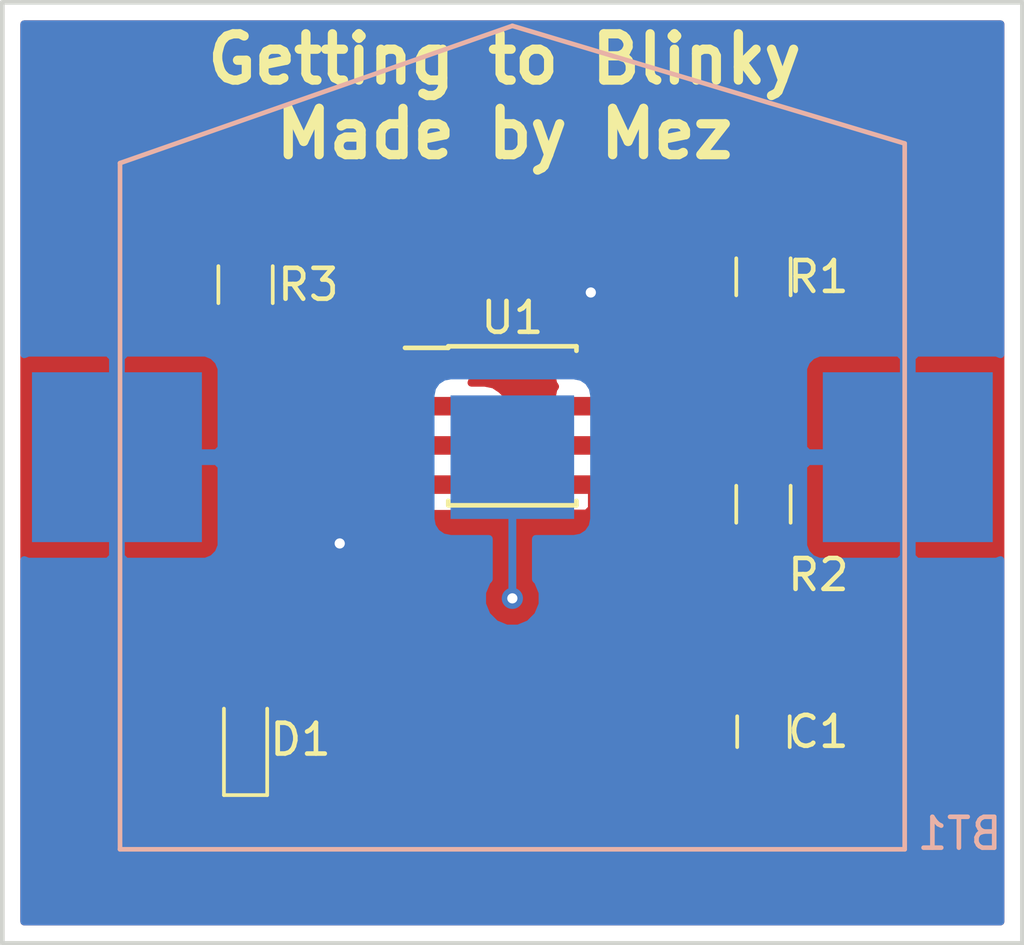
<source format=kicad_pcb>
(kicad_pcb (version 4) (host pcbnew 4.0.6)

  (general
    (links 15)
    (no_connects 0)
    (area 88.824999 68.504999 121.995001 99.135001)
    (thickness 1.6)
    (drawings 5)
    (tracks 32)
    (zones 0)
    (modules 7)
    (nets 7)
  )

  (page A4)
  (layers
    (0 F.Cu signal)
    (31 B.Cu signal)
    (32 B.Adhes user)
    (33 F.Adhes user)
    (34 B.Paste user)
    (35 F.Paste user)
    (36 B.SilkS user)
    (37 F.SilkS user)
    (38 B.Mask user)
    (39 F.Mask user)
    (40 Dwgs.User user)
    (41 Cmts.User user)
    (42 Eco1.User user)
    (43 Eco2.User user)
    (44 Edge.Cuts user)
    (45 Margin user)
    (46 B.CrtYd user)
    (47 F.CrtYd user)
    (48 B.Fab user)
    (49 F.Fab user)
  )

  (setup
    (last_trace_width 0.254)
    (trace_clearance 0.254)
    (zone_clearance 0.508)
    (zone_45_only no)
    (trace_min 0.1524)
    (segment_width 0.2)
    (edge_width 0.15)
    (via_size 0.6858)
    (via_drill 0.3302)
    (via_min_size 0.6858)
    (via_min_drill 0.3302)
    (uvia_size 0.3)
    (uvia_drill 0.1)
    (uvias_allowed no)
    (uvia_min_size 0.2)
    (uvia_min_drill 0.1)
    (pcb_text_width 0.3)
    (pcb_text_size 1.5 1.5)
    (mod_edge_width 0.15)
    (mod_text_size 1 1)
    (mod_text_width 0.15)
    (pad_size 1.524 1.524)
    (pad_drill 0.762)
    (pad_to_mask_clearance 0.2)
    (aux_axis_origin 0 0)
    (visible_elements FFFFFF7F)
    (pcbplotparams
      (layerselection 0x00030_80000001)
      (usegerberextensions false)
      (excludeedgelayer true)
      (linewidth 0.100000)
      (plotframeref false)
      (viasonmask false)
      (mode 1)
      (useauxorigin false)
      (hpglpennumber 1)
      (hpglpenspeed 20)
      (hpglpendiameter 15)
      (hpglpenoverlay 2)
      (psnegative false)
      (psa4output false)
      (plotreference true)
      (plotvalue true)
      (plotinvisibletext false)
      (padsonsilk false)
      (subtractmaskfromsilk false)
      (outputformat 1)
      (mirror false)
      (drillshape 1)
      (scaleselection 1)
      (outputdirectory ""))
  )

  (net 0 "")
  (net 1 "Net-(C1-Pad1)")
  (net 2 GND)
  (net 3 "Net-(D1-Pad2)")
  (net 4 /VDD)
  (net 5 "Net-(R1-Pad2)")
  (net 6 "Net-(R3-Pad1)")

  (net_class Default "This is the default net class."
    (clearance 0.254)
    (trace_width 0.254)
    (via_dia 0.6858)
    (via_drill 0.3302)
    (uvia_dia 0.3)
    (uvia_drill 0.1)
    (add_net /VDD)
    (add_net GND)
    (add_net "Net-(C1-Pad1)")
    (add_net "Net-(D1-Pad2)")
    (add_net "Net-(R1-Pad2)")
    (add_net "Net-(R3-Pad1)")
  )

  (module GTB:S8211R (layer B.Cu) (tedit 590C1358) (tstamp 590AE7F2)
    (at 105.41 83.312)
    (path /590ADEFA)
    (fp_text reference BT1 (at 14.478 12.192) (layer B.SilkS)
      (effects (font (size 1 1) (thickness 0.15)) (justify mirror))
    )
    (fp_text value Battery (at -10.16 13.97) (layer B.Fab)
      (effects (font (size 1 1) (thickness 0.15)) (justify mirror))
    )
    (fp_line (start -12.7 12.7) (end 12.7 12.7) (layer B.SilkS) (width 0.15))
    (fp_line (start -12.7 -9.525) (end -12.7 12.7) (layer B.SilkS) (width 0.15))
    (fp_line (start 0 -13.97) (end -12.7 -9.525) (layer B.SilkS) (width 0.15))
    (fp_line (start 12.7 -10.16) (end 0 -13.97) (layer B.SilkS) (width 0.15))
    (fp_line (start 12.7 12.7) (end 12.7 -10.16) (layer B.SilkS) (width 0.15))
    (pad 1 smd rect (at 12.8 0) (size 5.5 5.5) (layers B.Cu B.Paste B.Mask)
      (net 4 /VDD))
    (pad 1 smd rect (at -12.8 0) (size 5.5 5.5) (layers B.Cu B.Paste B.Mask)
      (net 4 /VDD))
    (pad 2 smd rect (at 0 0) (size 4 4) (layers B.Cu B.Paste B.Mask)
      (net 2 GND))
  )

  (module Capacitors_SMD:C_0805_HandSoldering (layer F.Cu) (tedit 590C2906) (tstamp 590ADD0A)
    (at 113.538 92.202 270)
    (descr "Capacitor SMD 0805, hand soldering")
    (tags "capacitor 0805")
    (path /590ACD24)
    (attr smd)
    (fp_text reference C1 (at 0 -1.778 360) (layer F.SilkS)
      (effects (font (size 1 1) (thickness 0.15)))
    )
    (fp_text value 1UF (at 0 1.75 270) (layer F.Fab)
      (effects (font (size 1 1) (thickness 0.15)))
    )
    (fp_text user "" (at 0 -1.75 270) (layer F.Fab)
      (effects (font (size 1 1) (thickness 0.15)))
    )
    (fp_line (start -1 0.62) (end -1 -0.62) (layer F.Fab) (width 0.1))
    (fp_line (start 1 0.62) (end -1 0.62) (layer F.Fab) (width 0.1))
    (fp_line (start 1 -0.62) (end 1 0.62) (layer F.Fab) (width 0.1))
    (fp_line (start -1 -0.62) (end 1 -0.62) (layer F.Fab) (width 0.1))
    (fp_line (start 0.5 -0.85) (end -0.5 -0.85) (layer F.SilkS) (width 0.12))
    (fp_line (start -0.5 0.85) (end 0.5 0.85) (layer F.SilkS) (width 0.12))
    (fp_line (start -2.25 -0.88) (end 2.25 -0.88) (layer F.CrtYd) (width 0.05))
    (fp_line (start -2.25 -0.88) (end -2.25 0.87) (layer F.CrtYd) (width 0.05))
    (fp_line (start 2.25 0.87) (end 2.25 -0.88) (layer F.CrtYd) (width 0.05))
    (fp_line (start 2.25 0.87) (end -2.25 0.87) (layer F.CrtYd) (width 0.05))
    (pad 1 smd rect (at -1.25 0 270) (size 1.5 1.25) (layers F.Cu F.Paste F.Mask)
      (net 1 "Net-(C1-Pad1)"))
    (pad 2 smd rect (at 1.25 0 270) (size 1.5 1.25) (layers F.Cu F.Paste F.Mask)
      (net 2 GND))
    (model Capacitors_SMD.3dshapes/C_0805.wrl
      (at (xyz 0 0 0))
      (scale (xyz 1 1 1))
      (rotate (xyz 0 0 0))
    )
  )

  (module LEDs:LED_0805 (layer F.Cu) (tedit 590C292F) (tstamp 590ADD10)
    (at 96.774 92.456 90)
    (descr "LED 0805 smd package")
    (tags "LED led 0805 SMD smd SMT smt smdled SMDLED smtled SMTLED")
    (path /590ACE30)
    (attr smd)
    (fp_text reference D1 (at 0 1.778 180) (layer F.SilkS)
      (effects (font (size 1 1) (thickness 0.15)))
    )
    (fp_text value LED (at 0 -1.524 90) (layer F.Fab)
      (effects (font (size 1 1) (thickness 0.15)))
    )
    (fp_line (start -1.8 -0.7) (end -1.8 0.7) (layer F.SilkS) (width 0.12))
    (fp_line (start -0.4 -0.4) (end -0.4 0.4) (layer F.Fab) (width 0.1))
    (fp_line (start -0.4 0) (end 0.2 -0.4) (layer F.Fab) (width 0.1))
    (fp_line (start 0.2 0.4) (end -0.4 0) (layer F.Fab) (width 0.1))
    (fp_line (start 0.2 -0.4) (end 0.2 0.4) (layer F.Fab) (width 0.1))
    (fp_line (start 1 0.6) (end -1 0.6) (layer F.Fab) (width 0.1))
    (fp_line (start 1 -0.6) (end 1 0.6) (layer F.Fab) (width 0.1))
    (fp_line (start -1 -0.6) (end 1 -0.6) (layer F.Fab) (width 0.1))
    (fp_line (start -1 0.6) (end -1 -0.6) (layer F.Fab) (width 0.1))
    (fp_line (start -1.8 0.7) (end 1 0.7) (layer F.SilkS) (width 0.12))
    (fp_line (start -1.8 -0.7) (end 1 -0.7) (layer F.SilkS) (width 0.12))
    (fp_line (start 1.95 -0.85) (end 1.95 0.85) (layer F.CrtYd) (width 0.05))
    (fp_line (start 1.95 0.85) (end -1.95 0.85) (layer F.CrtYd) (width 0.05))
    (fp_line (start -1.95 0.85) (end -1.95 -0.85) (layer F.CrtYd) (width 0.05))
    (fp_line (start -1.95 -0.85) (end 1.95 -0.85) (layer F.CrtYd) (width 0.05))
    (pad 2 smd rect (at 1.1 0 270) (size 1.2 1.2) (layers F.Cu F.Paste F.Mask)
      (net 3 "Net-(D1-Pad2)"))
    (pad 1 smd rect (at -1.1 0 270) (size 1.2 1.2) (layers F.Cu F.Paste F.Mask)
      (net 2 GND))
    (model LEDs.3dshapes/LED_0805.wrl
      (at (xyz 0 0 0))
      (scale (xyz 1 1 1))
      (rotate (xyz 0 0 180))
    )
  )

  (module Resistors_SMD:R_0805_HandSoldering (layer F.Cu) (tedit 590C261A) (tstamp 590ADD16)
    (at 113.538 77.47 270)
    (descr "Resistor SMD 0805, hand soldering")
    (tags "resistor 0805")
    (path /590ACC48)
    (attr smd)
    (fp_text reference R1 (at 0 -1.778 360) (layer F.SilkS)
      (effects (font (size 1 1) (thickness 0.15)))
    )
    (fp_text value 1K (at 0 1.75 270) (layer F.Fab)
      (effects (font (size 1 1) (thickness 0.15)))
    )
    (fp_text user %R (at 0 0 270) (layer F.Fab)
      (effects (font (size 0.5 0.5) (thickness 0.075)))
    )
    (fp_line (start -1 0.62) (end -1 -0.62) (layer F.Fab) (width 0.1))
    (fp_line (start 1 0.62) (end -1 0.62) (layer F.Fab) (width 0.1))
    (fp_line (start 1 -0.62) (end 1 0.62) (layer F.Fab) (width 0.1))
    (fp_line (start -1 -0.62) (end 1 -0.62) (layer F.Fab) (width 0.1))
    (fp_line (start 0.6 0.88) (end -0.6 0.88) (layer F.SilkS) (width 0.12))
    (fp_line (start -0.6 -0.88) (end 0.6 -0.88) (layer F.SilkS) (width 0.12))
    (fp_line (start -2.35 -0.9) (end 2.35 -0.9) (layer F.CrtYd) (width 0.05))
    (fp_line (start -2.35 -0.9) (end -2.35 0.9) (layer F.CrtYd) (width 0.05))
    (fp_line (start 2.35 0.9) (end 2.35 -0.9) (layer F.CrtYd) (width 0.05))
    (fp_line (start 2.35 0.9) (end -2.35 0.9) (layer F.CrtYd) (width 0.05))
    (pad 1 smd rect (at -1.35 0 270) (size 1.5 1.3) (layers F.Cu F.Paste F.Mask)
      (net 4 /VDD))
    (pad 2 smd rect (at 1.35 0 270) (size 1.5 1.3) (layers F.Cu F.Paste F.Mask)
      (net 5 "Net-(R1-Pad2)"))
    (model ${KISYS3DMOD}/Resistors_SMD.3dshapes/R_0805.wrl
      (at (xyz 0 0 0))
      (scale (xyz 1 1 1))
      (rotate (xyz 0 0 0))
    )
  )

  (module Resistors_SMD:R_0805_HandSoldering (layer F.Cu) (tedit 590C2637) (tstamp 590ADD1C)
    (at 113.538 84.836 270)
    (descr "Resistor SMD 0805, hand soldering")
    (tags "resistor 0805")
    (path /590ACC83)
    (attr smd)
    (fp_text reference R2 (at 2.286 -1.778 360) (layer F.SilkS)
      (effects (font (size 1 1) (thickness 0.15)))
    )
    (fp_text value 470K (at 0 1.75 270) (layer F.Fab)
      (effects (font (size 1 1) (thickness 0.15)))
    )
    (fp_text user %R (at 0 0 270) (layer F.Fab)
      (effects (font (size 0.5 0.5) (thickness 0.075)))
    )
    (fp_line (start -1 0.62) (end -1 -0.62) (layer F.Fab) (width 0.1))
    (fp_line (start 1 0.62) (end -1 0.62) (layer F.Fab) (width 0.1))
    (fp_line (start 1 -0.62) (end 1 0.62) (layer F.Fab) (width 0.1))
    (fp_line (start -1 -0.62) (end 1 -0.62) (layer F.Fab) (width 0.1))
    (fp_line (start 0.6 0.88) (end -0.6 0.88) (layer F.SilkS) (width 0.12))
    (fp_line (start -0.6 -0.88) (end 0.6 -0.88) (layer F.SilkS) (width 0.12))
    (fp_line (start -2.35 -0.9) (end 2.35 -0.9) (layer F.CrtYd) (width 0.05))
    (fp_line (start -2.35 -0.9) (end -2.35 0.9) (layer F.CrtYd) (width 0.05))
    (fp_line (start 2.35 0.9) (end 2.35 -0.9) (layer F.CrtYd) (width 0.05))
    (fp_line (start 2.35 0.9) (end -2.35 0.9) (layer F.CrtYd) (width 0.05))
    (pad 1 smd rect (at -1.35 0 270) (size 1.5 1.3) (layers F.Cu F.Paste F.Mask)
      (net 5 "Net-(R1-Pad2)"))
    (pad 2 smd rect (at 1.35 0 270) (size 1.5 1.3) (layers F.Cu F.Paste F.Mask)
      (net 1 "Net-(C1-Pad1)"))
    (model ${KISYS3DMOD}/Resistors_SMD.3dshapes/R_0805.wrl
      (at (xyz 0 0 0))
      (scale (xyz 1 1 1))
      (rotate (xyz 0 0 0))
    )
  )

  (module Resistors_SMD:R_0805_HandSoldering (layer F.Cu) (tedit 590C25F1) (tstamp 590ADD22)
    (at 96.774 77.724 270)
    (descr "Resistor SMD 0805, hand soldering")
    (tags "resistor 0805")
    (path /590ACDDC)
    (attr smd)
    (fp_text reference R3 (at 0 -2.032 360) (layer F.SilkS)
      (effects (font (size 1 1) (thickness 0.15)))
    )
    (fp_text value 1K (at 0 1.75 270) (layer F.Fab)
      (effects (font (size 1 1) (thickness 0.15)))
    )
    (fp_text user %R (at 0 0 270) (layer F.Fab)
      (effects (font (size 0.5 0.5) (thickness 0.075)))
    )
    (fp_line (start -1 0.62) (end -1 -0.62) (layer F.Fab) (width 0.1))
    (fp_line (start 1 0.62) (end -1 0.62) (layer F.Fab) (width 0.1))
    (fp_line (start 1 -0.62) (end 1 0.62) (layer F.Fab) (width 0.1))
    (fp_line (start -1 -0.62) (end 1 -0.62) (layer F.Fab) (width 0.1))
    (fp_line (start 0.6 0.88) (end -0.6 0.88) (layer F.SilkS) (width 0.12))
    (fp_line (start -0.6 -0.88) (end 0.6 -0.88) (layer F.SilkS) (width 0.12))
    (fp_line (start -2.35 -0.9) (end 2.35 -0.9) (layer F.CrtYd) (width 0.05))
    (fp_line (start -2.35 -0.9) (end -2.35 0.9) (layer F.CrtYd) (width 0.05))
    (fp_line (start 2.35 0.9) (end 2.35 -0.9) (layer F.CrtYd) (width 0.05))
    (fp_line (start 2.35 0.9) (end -2.35 0.9) (layer F.CrtYd) (width 0.05))
    (pad 1 smd rect (at -1.35 0 270) (size 1.5 1.3) (layers F.Cu F.Paste F.Mask)
      (net 6 "Net-(R3-Pad1)"))
    (pad 2 smd rect (at 1.35 0 270) (size 1.5 1.3) (layers F.Cu F.Paste F.Mask)
      (net 3 "Net-(D1-Pad2)"))
    (model ${KISYS3DMOD}/Resistors_SMD.3dshapes/R_0805.wrl
      (at (xyz 0 0 0))
      (scale (xyz 1 1 1))
      (rotate (xyz 0 0 0))
    )
  )

  (module Housings_SOIC:SOIC-8_3.9x4.9mm_Pitch1.27mm (layer F.Cu) (tedit 590C270D) (tstamp 590ADD2E)
    (at 105.41 82.296)
    (descr "8-Lead Plastic Small Outline (SN) - Narrow, 3.90 mm Body [SOIC] (see Microchip Packaging Specification 00000049BS.pdf)")
    (tags "SOIC 1.27")
    (path /590ACB4E)
    (attr smd)
    (fp_text reference U1 (at 0 -3.5) (layer F.SilkS)
      (effects (font (size 1 1) (thickness 0.15)))
    )
    (fp_text value 7555 (at 0 -1.524) (layer F.Fab)
      (effects (font (size 1 1) (thickness 0.15)))
    )
    (fp_text user %R (at 0 0) (layer F.Fab)
      (effects (font (size 1 1) (thickness 0.15)))
    )
    (fp_line (start -0.95 -2.45) (end 1.95 -2.45) (layer F.Fab) (width 0.1))
    (fp_line (start 1.95 -2.45) (end 1.95 2.45) (layer F.Fab) (width 0.1))
    (fp_line (start 1.95 2.45) (end -1.95 2.45) (layer F.Fab) (width 0.1))
    (fp_line (start -1.95 2.45) (end -1.95 -1.45) (layer F.Fab) (width 0.1))
    (fp_line (start -1.95 -1.45) (end -0.95 -2.45) (layer F.Fab) (width 0.1))
    (fp_line (start -3.73 -2.7) (end -3.73 2.7) (layer F.CrtYd) (width 0.05))
    (fp_line (start 3.73 -2.7) (end 3.73 2.7) (layer F.CrtYd) (width 0.05))
    (fp_line (start -3.73 -2.7) (end 3.73 -2.7) (layer F.CrtYd) (width 0.05))
    (fp_line (start -3.73 2.7) (end 3.73 2.7) (layer F.CrtYd) (width 0.05))
    (fp_line (start -2.075 -2.575) (end -2.075 -2.525) (layer F.SilkS) (width 0.15))
    (fp_line (start 2.075 -2.575) (end 2.075 -2.43) (layer F.SilkS) (width 0.15))
    (fp_line (start 2.075 2.575) (end 2.075 2.43) (layer F.SilkS) (width 0.15))
    (fp_line (start -2.075 2.575) (end -2.075 2.43) (layer F.SilkS) (width 0.15))
    (fp_line (start -2.075 -2.575) (end 2.075 -2.575) (layer F.SilkS) (width 0.15))
    (fp_line (start -2.075 2.575) (end 2.075 2.575) (layer F.SilkS) (width 0.15))
    (fp_line (start -2.075 -2.525) (end -3.475 -2.525) (layer F.SilkS) (width 0.15))
    (pad 1 smd rect (at -2.7 -1.905) (size 1.55 0.6) (layers F.Cu F.Paste F.Mask)
      (net 2 GND))
    (pad 2 smd rect (at -2.7 -0.635) (size 1.55 0.6) (layers F.Cu F.Paste F.Mask)
      (net 1 "Net-(C1-Pad1)"))
    (pad 3 smd rect (at -2.7 0.635) (size 1.55 0.6) (layers F.Cu F.Paste F.Mask)
      (net 6 "Net-(R3-Pad1)"))
    (pad 4 smd rect (at -2.7 1.905) (size 1.55 0.6) (layers F.Cu F.Paste F.Mask)
      (net 4 /VDD))
    (pad 5 smd rect (at 2.7 1.905) (size 1.55 0.6) (layers F.Cu F.Paste F.Mask)
      (net 2 GND))
    (pad 6 smd rect (at 2.7 0.635) (size 1.55 0.6) (layers F.Cu F.Paste F.Mask)
      (net 1 "Net-(C1-Pad1)"))
    (pad 7 smd rect (at 2.7 -0.635) (size 1.55 0.6) (layers F.Cu F.Paste F.Mask)
      (net 5 "Net-(R1-Pad2)"))
    (pad 8 smd rect (at 2.7 -1.905) (size 1.55 0.6) (layers F.Cu F.Paste F.Mask)
      (net 4 /VDD))
    (model Housings_SOIC.3dshapes/SOIC-8_3.9x4.9mm_Pitch1.27mm.wrl
      (at (xyz 0 0 0))
      (scale (xyz 1 1 1))
      (rotate (xyz 0 0 0))
    )
  )

  (gr_text "Getting to Blinky\nMade by Mez" (at 105.156 71.628) (layer F.SilkS)
    (effects (font (size 1.5 1.5) (thickness 0.3)))
  )
  (gr_line (start 121.92 99.06) (end 88.9 99.06) (angle 90) (layer Edge.Cuts) (width 0.15))
  (gr_line (start 121.92 68.58) (end 121.92 99.06) (angle 90) (layer Edge.Cuts) (width 0.15))
  (gr_line (start 88.9 68.58) (end 121.92 68.58) (angle 90) (layer Edge.Cuts) (width 0.15))
  (gr_line (start 88.9 99.06) (end 88.9 68.58) (angle 90) (layer Edge.Cuts) (width 0.15))

  (segment (start 113.538 86.186) (end 113.538 90.952) (width 0.254) (layer F.Cu) (net 1))
  (segment (start 102.71 81.661) (end 104.521 81.661) (width 0.25) (layer F.Cu) (net 1))
  (segment (start 105.791 82.931) (end 108.11 82.931) (width 0.25) (layer F.Cu) (net 1) (tstamp 590C1D51))
  (segment (start 104.521 81.661) (end 105.791 82.931) (width 0.25) (layer F.Cu) (net 1) (tstamp 590C1D4D))
  (segment (start 108.11 82.931) (end 108.585 82.931) (width 0.25) (layer F.Cu) (net 1))
  (segment (start 108.585 82.931) (end 110.49 84.836) (width 0.25) (layer F.Cu) (net 1) (tstamp 590C1CEF))
  (segment (start 110.49 84.836) (end 110.49 86.614) (width 0.25) (layer F.Cu) (net 1) (tstamp 590C1CF1))
  (segment (start 110.49 86.614) (end 110.744 86.868) (width 0.25) (layer F.Cu) (net 1) (tstamp 590C1CF4))
  (segment (start 110.744 86.868) (end 113.538 86.868) (width 0.25) (layer F.Cu) (net 1) (tstamp 590C1CF6))
  (segment (start 113.538 86.868) (end 113.538 86.186) (width 0.25) (layer F.Cu) (net 1) (tstamp 590C1CFB))
  (segment (start 105.41 83.312) (end 105.41 87.884) (width 0.254) (layer B.Cu) (net 2))
  (via (at 105.41 87.884) (size 0.6858) (drill 0.3302) (layers F.Cu B.Cu) (net 2))
  (segment (start 96.774 79.074) (end 96.774 91.356) (width 0.25) (layer F.Cu) (net 3))
  (segment (start 102.71 84.201) (end 101.727 84.201) (width 0.254) (layer F.Cu) (net 4))
  (via (at 99.822 86.106) (size 0.6858) (drill 0.3302) (layers F.Cu B.Cu) (net 4))
  (segment (start 101.727 84.201) (end 99.822 86.106) (width 0.254) (layer F.Cu) (net 4) (tstamp 590C2871))
  (segment (start 108.11 80.391) (end 108.11 78.138) (width 0.254) (layer F.Cu) (net 4))
  (via (at 107.95 77.978) (size 0.6858) (drill 0.3302) (layers F.Cu B.Cu) (net 4))
  (segment (start 108.11 78.138) (end 107.95 77.978) (width 0.254) (layer F.Cu) (net 4) (tstamp 590C2845))
  (segment (start 108.11 80.391) (end 110.363 80.391) (width 0.25) (layer F.Cu) (net 4))
  (segment (start 110.363 80.391) (end 110.998 79.756) (width 0.25) (layer F.Cu) (net 4) (tstamp 590C1D05))
  (segment (start 110.998 79.756) (end 110.998 76.2) (width 0.25) (layer F.Cu) (net 4) (tstamp 590C1D0A))
  (segment (start 110.998 76.2) (end 111.078 76.12) (width 0.25) (layer F.Cu) (net 4) (tstamp 590C1D0D))
  (segment (start 111.078 76.12) (end 113.792 76.12) (width 0.25) (layer F.Cu) (net 4) (tstamp 590C1D0E))
  (segment (start 108.11 81.661) (end 111.713 81.661) (width 0.25) (layer F.Cu) (net 5))
  (segment (start 111.713 81.661) (end 113.538 83.486) (width 0.25) (layer F.Cu) (net 5) (tstamp 590C1CFE))
  (segment (start 113.538 78.82) (end 113.538 83.486) (width 0.25) (layer F.Cu) (net 5))
  (segment (start 102.71 82.931) (end 100.203 82.931) (width 0.25) (layer F.Cu) (net 6))
  (segment (start 99.234 76.374) (end 96.774 76.374) (width 0.25) (layer F.Cu) (net 6) (tstamp 590C1D26))
  (segment (start 99.822 76.962) (end 99.234 76.374) (width 0.25) (layer F.Cu) (net 6) (tstamp 590C1D23))
  (segment (start 99.822 82.55) (end 99.822 76.962) (width 0.25) (layer F.Cu) (net 6) (tstamp 590C1D21))
  (segment (start 100.203 82.931) (end 99.822 82.55) (width 0.25) (layer F.Cu) (net 6) (tstamp 590C1D1C))

  (zone (net 2) (net_name GND) (layer F.Cu) (tstamp 590C1D6A) (hatch edge 0.508)
    (connect_pads (clearance 0.508))
    (min_thickness 0.254)
    (fill yes (arc_segments 16) (thermal_gap 0.508) (thermal_bridge_width 0.508))
    (polygon
      (pts
        (xy 121.92 99.06) (xy 88.9 99.06) (xy 88.9 68.58) (xy 121.92 68.58)
      )
    )
    (filled_polygon
      (pts
        (xy 121.21 98.35) (xy 89.61 98.35) (xy 89.61 93.84175) (xy 95.539 93.84175) (xy 95.539 94.282309)
        (xy 95.635673 94.515698) (xy 95.814301 94.694327) (xy 96.04769 94.791) (xy 96.48825 94.791) (xy 96.647 94.63225)
        (xy 96.647 93.683) (xy 96.901 93.683) (xy 96.901 94.63225) (xy 97.05975 94.791) (xy 97.50031 94.791)
        (xy 97.733699 94.694327) (xy 97.912327 94.515698) (xy 98.009 94.282309) (xy 98.009 93.84175) (xy 97.905 93.73775)
        (xy 112.278 93.73775) (xy 112.278 94.328309) (xy 112.374673 94.561698) (xy 112.553301 94.740327) (xy 112.78669 94.837)
        (xy 113.25225 94.837) (xy 113.411 94.67825) (xy 113.411 93.579) (xy 113.665 93.579) (xy 113.665 94.67825)
        (xy 113.82375 94.837) (xy 114.28931 94.837) (xy 114.522699 94.740327) (xy 114.701327 94.561698) (xy 114.798 94.328309)
        (xy 114.798 93.73775) (xy 114.63925 93.579) (xy 113.665 93.579) (xy 113.411 93.579) (xy 112.43675 93.579)
        (xy 112.278 93.73775) (xy 97.905 93.73775) (xy 97.85025 93.683) (xy 96.901 93.683) (xy 96.647 93.683)
        (xy 95.69775 93.683) (xy 95.539 93.84175) (xy 89.61 93.84175) (xy 89.61 75.624) (xy 95.47656 75.624)
        (xy 95.47656 77.124) (xy 95.520838 77.359317) (xy 95.65991 77.575441) (xy 95.87211 77.720431) (xy 95.885197 77.723081)
        (xy 95.672559 77.85991) (xy 95.527569 78.07211) (xy 95.47656 78.324) (xy 95.47656 79.824) (xy 95.520838 80.059317)
        (xy 95.65991 80.275441) (xy 95.87211 80.420431) (xy 96.014 80.449164) (xy 96.014 90.138666) (xy 95.938683 90.152838)
        (xy 95.722559 90.29191) (xy 95.577569 90.50411) (xy 95.52656 90.756) (xy 95.52656 91.956) (xy 95.570838 92.191317)
        (xy 95.70991 92.407441) (xy 95.778006 92.453969) (xy 95.635673 92.596302) (xy 95.539 92.829691) (xy 95.539 93.27025)
        (xy 95.69775 93.429) (xy 96.647 93.429) (xy 96.647 93.409) (xy 96.901 93.409) (xy 96.901 93.429)
        (xy 97.85025 93.429) (xy 98.009 93.27025) (xy 98.009 92.829691) (xy 97.912327 92.596302) (xy 97.77109 92.455064)
        (xy 97.825441 92.42009) (xy 97.970431 92.20789) (xy 98.02144 91.956) (xy 98.02144 90.756) (xy 97.977162 90.520683)
        (xy 97.83809 90.304559) (xy 97.62589 90.159569) (xy 97.534 90.140961) (xy 97.534 80.450742) (xy 97.659317 80.427162)
        (xy 97.875441 80.28809) (xy 98.020431 80.07589) (xy 98.07144 79.824) (xy 98.07144 78.324) (xy 98.027162 78.088683)
        (xy 97.88809 77.872559) (xy 97.67589 77.727569) (xy 97.662803 77.724919) (xy 97.875441 77.58809) (xy 98.020431 77.37589)
        (xy 98.069415 77.134) (xy 98.919198 77.134) (xy 99.062 77.276802) (xy 99.062 82.55) (xy 99.119852 82.840839)
        (xy 99.284599 83.087401) (xy 99.665599 83.468401) (xy 99.91216 83.633148) (xy 100.203 83.691) (xy 101.15937 83.691)
        (xy 99.722357 85.128013) (xy 99.628337 85.127931) (xy 99.268788 85.276493) (xy 98.99346 85.551341) (xy 98.84427 85.91063)
        (xy 98.843931 86.299663) (xy 98.992493 86.659212) (xy 99.267341 86.93454) (xy 99.62663 87.08373) (xy 100.015663 87.084069)
        (xy 100.375212 86.935507) (xy 100.65054 86.660659) (xy 100.79973 86.30137) (xy 100.799813 86.205817) (xy 101.870293 85.135337)
        (xy 101.935 85.14844) (xy 103.485 85.14844) (xy 103.720317 85.104162) (xy 103.936441 84.96509) (xy 104.081431 84.75289)
        (xy 104.13244 84.501) (xy 104.13244 84.48675) (xy 106.7 84.48675) (xy 106.7 84.62731) (xy 106.796673 84.860699)
        (xy 106.975302 85.039327) (xy 107.208691 85.136) (xy 107.82425 85.136) (xy 107.983 84.97725) (xy 107.983 84.328)
        (xy 106.85875 84.328) (xy 106.7 84.48675) (xy 104.13244 84.48675) (xy 104.13244 83.901) (xy 104.088162 83.665683)
        (xy 104.024322 83.566472) (xy 104.081431 83.48289) (xy 104.13244 83.231) (xy 104.13244 82.631) (xy 104.092926 82.421)
        (xy 104.206198 82.421) (xy 105.253599 83.468401) (xy 105.50016 83.633148) (xy 105.791 83.691) (xy 106.734666 83.691)
        (xy 106.7 83.77469) (xy 106.7 83.91525) (xy 106.85875 84.074) (xy 107.983 84.074) (xy 107.983 84.054)
        (xy 108.237 84.054) (xy 108.237 84.074) (xy 108.257 84.074) (xy 108.257 84.328) (xy 108.237 84.328)
        (xy 108.237 84.97725) (xy 108.39575 85.136) (xy 109.011309 85.136) (xy 109.244698 85.039327) (xy 109.423327 84.860699)
        (xy 109.42818 84.848982) (xy 109.73 85.150802) (xy 109.73 86.614) (xy 109.787852 86.904839) (xy 109.952599 87.151401)
        (xy 110.206599 87.405401) (xy 110.45316 87.570148) (xy 110.744 87.628) (xy 112.776 87.628) (xy 112.776 89.580338)
        (xy 112.677683 89.598838) (xy 112.461559 89.73791) (xy 112.316569 89.95011) (xy 112.26556 90.202) (xy 112.26556 91.702)
        (xy 112.309838 91.937317) (xy 112.44891 92.153441) (xy 112.517006 92.199969) (xy 112.374673 92.342302) (xy 112.278 92.575691)
        (xy 112.278 93.16625) (xy 112.43675 93.325) (xy 113.411 93.325) (xy 113.411 93.305) (xy 113.665 93.305)
        (xy 113.665 93.325) (xy 114.63925 93.325) (xy 114.798 93.16625) (xy 114.798 92.575691) (xy 114.701327 92.342302)
        (xy 114.56009 92.201064) (xy 114.614441 92.16609) (xy 114.759431 91.95389) (xy 114.81044 91.702) (xy 114.81044 90.202)
        (xy 114.766162 89.966683) (xy 114.62709 89.750559) (xy 114.41489 89.605569) (xy 114.3 89.582303) (xy 114.3 87.562366)
        (xy 114.423317 87.539162) (xy 114.639441 87.40009) (xy 114.784431 87.18789) (xy 114.83544 86.936) (xy 114.83544 85.436)
        (xy 114.791162 85.200683) (xy 114.65209 84.984559) (xy 114.43989 84.839569) (xy 114.426803 84.836919) (xy 114.639441 84.70009)
        (xy 114.784431 84.48789) (xy 114.83544 84.236) (xy 114.83544 82.736) (xy 114.791162 82.500683) (xy 114.65209 82.284559)
        (xy 114.43989 82.139569) (xy 114.298 82.110836) (xy 114.298 80.196742) (xy 114.423317 80.173162) (xy 114.639441 80.03409)
        (xy 114.784431 79.82189) (xy 114.83544 79.57) (xy 114.83544 78.07) (xy 114.791162 77.834683) (xy 114.65209 77.618559)
        (xy 114.43989 77.473569) (xy 114.426803 77.470919) (xy 114.639441 77.33409) (xy 114.784431 77.12189) (xy 114.83544 76.87)
        (xy 114.83544 75.37) (xy 114.791162 75.134683) (xy 114.65209 74.918559) (xy 114.43989 74.773569) (xy 114.188 74.72256)
        (xy 112.888 74.72256) (xy 112.652683 74.766838) (xy 112.436559 74.90591) (xy 112.291569 75.11811) (xy 112.242585 75.36)
        (xy 111.078 75.36) (xy 110.787161 75.417852) (xy 110.540599 75.582599) (xy 110.460599 75.662599) (xy 110.295852 75.909161)
        (xy 110.238 76.2) (xy 110.238 79.441198) (xy 110.048198 79.631) (xy 109.336563 79.631) (xy 109.13689 79.494569)
        (xy 108.885 79.44356) (xy 108.872 79.44356) (xy 108.872 78.307583) (xy 108.92773 78.17337) (xy 108.928069 77.784337)
        (xy 108.779507 77.424788) (xy 108.504659 77.14946) (xy 108.14537 77.00027) (xy 107.756337 76.999931) (xy 107.396788 77.148493)
        (xy 107.12146 77.423341) (xy 106.97227 77.78263) (xy 106.971931 78.171663) (xy 107.120493 78.531212) (xy 107.348 78.759116)
        (xy 107.348 79.44356) (xy 107.335 79.44356) (xy 107.099683 79.487838) (xy 106.883559 79.62691) (xy 106.738569 79.83911)
        (xy 106.68756 80.091) (xy 106.68756 80.691) (xy 106.731838 80.926317) (xy 106.795678 81.025528) (xy 106.738569 81.10911)
        (xy 106.68756 81.361) (xy 106.68756 81.961) (xy 106.727074 82.171) (xy 106.105802 82.171) (xy 105.058401 81.123599)
        (xy 104.811839 80.958852) (xy 104.521 80.901) (xy 104.085334 80.901) (xy 104.12 80.81731) (xy 104.12 80.67675)
        (xy 103.96125 80.518) (xy 102.837 80.518) (xy 102.837 80.538) (xy 102.583 80.538) (xy 102.583 80.518)
        (xy 101.45875 80.518) (xy 101.3 80.67675) (xy 101.3 80.81731) (xy 101.389806 81.034122) (xy 101.338569 81.10911)
        (xy 101.28756 81.361) (xy 101.28756 81.961) (xy 101.327074 82.171) (xy 100.582 82.171) (xy 100.582 79.96469)
        (xy 101.3 79.96469) (xy 101.3 80.10525) (xy 101.45875 80.264) (xy 102.583 80.264) (xy 102.583 79.61475)
        (xy 102.837 79.61475) (xy 102.837 80.264) (xy 103.96125 80.264) (xy 104.12 80.10525) (xy 104.12 79.96469)
        (xy 104.023327 79.731301) (xy 103.844698 79.552673) (xy 103.611309 79.456) (xy 102.99575 79.456) (xy 102.837 79.61475)
        (xy 102.583 79.61475) (xy 102.42425 79.456) (xy 101.808691 79.456) (xy 101.575302 79.552673) (xy 101.396673 79.731301)
        (xy 101.3 79.96469) (xy 100.582 79.96469) (xy 100.582 76.962) (xy 100.524148 76.671161) (xy 100.359401 76.424599)
        (xy 99.771401 75.836599) (xy 99.524839 75.671852) (xy 99.234 75.614) (xy 98.069558 75.614) (xy 98.027162 75.388683)
        (xy 97.88809 75.172559) (xy 97.67589 75.027569) (xy 97.424 74.97656) (xy 96.124 74.97656) (xy 95.888683 75.020838)
        (xy 95.672559 75.15991) (xy 95.527569 75.37211) (xy 95.47656 75.624) (xy 89.61 75.624) (xy 89.61 69.29)
        (xy 121.21 69.29)
      )
    )
  )
  (zone (net 4) (net_name /VDD) (layer B.Cu) (tstamp 590C2077) (hatch edge 0.508)
    (connect_pads (clearance 0.508))
    (min_thickness 0.254)
    (fill yes (arc_segments 16) (thermal_gap 0.508) (thermal_bridge_width 0.508))
    (polygon
      (pts
        (xy 121.92 99.06) (xy 88.9 99.06) (xy 88.9 68.58) (xy 121.92 68.58)
      )
    )
    (filled_polygon
      (pts
        (xy 121.21 79.978235) (xy 121.086309 79.927) (xy 118.49575 79.927) (xy 118.337 80.08575) (xy 118.337 83.185)
        (xy 118.357 83.185) (xy 118.357 83.439) (xy 118.337 83.439) (xy 118.337 86.53825) (xy 118.49575 86.697)
        (xy 121.086309 86.697) (xy 121.21 86.645765) (xy 121.21 98.35) (xy 89.61 98.35) (xy 89.61 86.645765)
        (xy 89.733691 86.697) (xy 92.32425 86.697) (xy 92.483 86.53825) (xy 92.483 83.439) (xy 92.737 83.439)
        (xy 92.737 86.53825) (xy 92.89575 86.697) (xy 95.486309 86.697) (xy 95.719698 86.600327) (xy 95.898327 86.421699)
        (xy 95.995 86.18831) (xy 95.995 83.59775) (xy 95.83625 83.439) (xy 92.737 83.439) (xy 92.483 83.439)
        (xy 92.463 83.439) (xy 92.463 83.185) (xy 92.483 83.185) (xy 92.483 80.08575) (xy 92.737 80.08575)
        (xy 92.737 83.185) (xy 95.83625 83.185) (xy 95.995 83.02625) (xy 95.995 81.312) (xy 102.76256 81.312)
        (xy 102.76256 85.312) (xy 102.806838 85.547317) (xy 102.94591 85.763441) (xy 103.15811 85.908431) (xy 103.41 85.95944)
        (xy 104.648 85.95944) (xy 104.648 87.262917) (xy 104.58146 87.329341) (xy 104.43227 87.68863) (xy 104.431931 88.077663)
        (xy 104.580493 88.437212) (xy 104.855341 88.71254) (xy 105.21463 88.86173) (xy 105.603663 88.862069) (xy 105.963212 88.713507)
        (xy 106.23854 88.438659) (xy 106.38773 88.07937) (xy 106.388069 87.690337) (xy 106.239507 87.330788) (xy 106.172 87.263163)
        (xy 106.172 85.95944) (xy 107.41 85.95944) (xy 107.645317 85.915162) (xy 107.861441 85.77609) (xy 108.006431 85.56389)
        (xy 108.05744 85.312) (xy 108.05744 83.59775) (xy 114.825 83.59775) (xy 114.825 86.18831) (xy 114.921673 86.421699)
        (xy 115.100302 86.600327) (xy 115.333691 86.697) (xy 117.92425 86.697) (xy 118.083 86.53825) (xy 118.083 83.439)
        (xy 114.98375 83.439) (xy 114.825 83.59775) (xy 108.05744 83.59775) (xy 108.05744 81.312) (xy 108.013162 81.076683)
        (xy 107.87409 80.860559) (xy 107.66189 80.715569) (xy 107.41 80.66456) (xy 103.41 80.66456) (xy 103.174683 80.708838)
        (xy 102.958559 80.84791) (xy 102.813569 81.06011) (xy 102.76256 81.312) (xy 95.995 81.312) (xy 95.995 80.43569)
        (xy 114.825 80.43569) (xy 114.825 83.02625) (xy 114.98375 83.185) (xy 118.083 83.185) (xy 118.083 80.08575)
        (xy 117.92425 79.927) (xy 115.333691 79.927) (xy 115.100302 80.023673) (xy 114.921673 80.202301) (xy 114.825 80.43569)
        (xy 95.995 80.43569) (xy 95.898327 80.202301) (xy 95.719698 80.023673) (xy 95.486309 79.927) (xy 92.89575 79.927)
        (xy 92.737 80.08575) (xy 92.483 80.08575) (xy 92.32425 79.927) (xy 89.733691 79.927) (xy 89.61 79.978235)
        (xy 89.61 69.29) (xy 121.21 69.29)
      )
    )
  )
)

</source>
